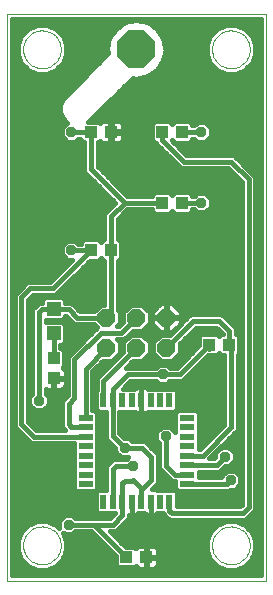
<source format=gbl>
G75*
G70*
%OFA0B0*%
%FSLAX24Y24*%
%IPPOS*%
%LPD*%
%AMOC8*
5,1,8,0,0,1.08239X$1,22.5*
%
%ADD10C,0.0000*%
%ADD11OC8,0.0600*%
%ADD12R,0.0433X0.0394*%
%ADD13R,0.0220X0.0500*%
%ADD14R,0.0500X0.0220*%
%ADD15R,0.0394X0.0433*%
%ADD16R,0.0472X0.0472*%
%ADD17OC8,0.1250*%
%ADD18C,0.0160*%
%ADD19OC8,0.0356*%
D10*
X000574Y000574D02*
X000574Y019471D01*
X009235Y019471D01*
X009235Y000574D01*
X000574Y000574D01*
X001125Y001755D02*
X001127Y001805D01*
X001133Y001855D01*
X001143Y001904D01*
X001157Y001952D01*
X001174Y001999D01*
X001195Y002044D01*
X001220Y002088D01*
X001248Y002129D01*
X001280Y002168D01*
X001314Y002205D01*
X001351Y002239D01*
X001391Y002269D01*
X001433Y002296D01*
X001477Y002320D01*
X001523Y002341D01*
X001570Y002357D01*
X001618Y002370D01*
X001668Y002379D01*
X001717Y002384D01*
X001768Y002385D01*
X001818Y002382D01*
X001867Y002375D01*
X001916Y002364D01*
X001964Y002349D01*
X002010Y002331D01*
X002055Y002309D01*
X002098Y002283D01*
X002139Y002254D01*
X002178Y002222D01*
X002214Y002187D01*
X002246Y002149D01*
X002276Y002109D01*
X002303Y002066D01*
X002326Y002022D01*
X002345Y001976D01*
X002361Y001928D01*
X002373Y001879D01*
X002381Y001830D01*
X002385Y001780D01*
X002385Y001730D01*
X002381Y001680D01*
X002373Y001631D01*
X002361Y001582D01*
X002345Y001534D01*
X002326Y001488D01*
X002303Y001444D01*
X002276Y001401D01*
X002246Y001361D01*
X002214Y001323D01*
X002178Y001288D01*
X002139Y001256D01*
X002098Y001227D01*
X002055Y001201D01*
X002010Y001179D01*
X001964Y001161D01*
X001916Y001146D01*
X001867Y001135D01*
X001818Y001128D01*
X001768Y001125D01*
X001717Y001126D01*
X001668Y001131D01*
X001618Y001140D01*
X001570Y001153D01*
X001523Y001169D01*
X001477Y001190D01*
X001433Y001214D01*
X001391Y001241D01*
X001351Y001271D01*
X001314Y001305D01*
X001280Y001342D01*
X001248Y001381D01*
X001220Y001422D01*
X001195Y001466D01*
X001174Y001511D01*
X001157Y001558D01*
X001143Y001606D01*
X001133Y001655D01*
X001127Y001705D01*
X001125Y001755D01*
X007424Y001755D02*
X007426Y001805D01*
X007432Y001855D01*
X007442Y001904D01*
X007456Y001952D01*
X007473Y001999D01*
X007494Y002044D01*
X007519Y002088D01*
X007547Y002129D01*
X007579Y002168D01*
X007613Y002205D01*
X007650Y002239D01*
X007690Y002269D01*
X007732Y002296D01*
X007776Y002320D01*
X007822Y002341D01*
X007869Y002357D01*
X007917Y002370D01*
X007967Y002379D01*
X008016Y002384D01*
X008067Y002385D01*
X008117Y002382D01*
X008166Y002375D01*
X008215Y002364D01*
X008263Y002349D01*
X008309Y002331D01*
X008354Y002309D01*
X008397Y002283D01*
X008438Y002254D01*
X008477Y002222D01*
X008513Y002187D01*
X008545Y002149D01*
X008575Y002109D01*
X008602Y002066D01*
X008625Y002022D01*
X008644Y001976D01*
X008660Y001928D01*
X008672Y001879D01*
X008680Y001830D01*
X008684Y001780D01*
X008684Y001730D01*
X008680Y001680D01*
X008672Y001631D01*
X008660Y001582D01*
X008644Y001534D01*
X008625Y001488D01*
X008602Y001444D01*
X008575Y001401D01*
X008545Y001361D01*
X008513Y001323D01*
X008477Y001288D01*
X008438Y001256D01*
X008397Y001227D01*
X008354Y001201D01*
X008309Y001179D01*
X008263Y001161D01*
X008215Y001146D01*
X008166Y001135D01*
X008117Y001128D01*
X008067Y001125D01*
X008016Y001126D01*
X007967Y001131D01*
X007917Y001140D01*
X007869Y001153D01*
X007822Y001169D01*
X007776Y001190D01*
X007732Y001214D01*
X007690Y001241D01*
X007650Y001271D01*
X007613Y001305D01*
X007579Y001342D01*
X007547Y001381D01*
X007519Y001422D01*
X007494Y001466D01*
X007473Y001511D01*
X007456Y001558D01*
X007442Y001606D01*
X007432Y001655D01*
X007426Y001705D01*
X007424Y001755D01*
X007424Y018290D02*
X007426Y018340D01*
X007432Y018390D01*
X007442Y018439D01*
X007456Y018487D01*
X007473Y018534D01*
X007494Y018579D01*
X007519Y018623D01*
X007547Y018664D01*
X007579Y018703D01*
X007613Y018740D01*
X007650Y018774D01*
X007690Y018804D01*
X007732Y018831D01*
X007776Y018855D01*
X007822Y018876D01*
X007869Y018892D01*
X007917Y018905D01*
X007967Y018914D01*
X008016Y018919D01*
X008067Y018920D01*
X008117Y018917D01*
X008166Y018910D01*
X008215Y018899D01*
X008263Y018884D01*
X008309Y018866D01*
X008354Y018844D01*
X008397Y018818D01*
X008438Y018789D01*
X008477Y018757D01*
X008513Y018722D01*
X008545Y018684D01*
X008575Y018644D01*
X008602Y018601D01*
X008625Y018557D01*
X008644Y018511D01*
X008660Y018463D01*
X008672Y018414D01*
X008680Y018365D01*
X008684Y018315D01*
X008684Y018265D01*
X008680Y018215D01*
X008672Y018166D01*
X008660Y018117D01*
X008644Y018069D01*
X008625Y018023D01*
X008602Y017979D01*
X008575Y017936D01*
X008545Y017896D01*
X008513Y017858D01*
X008477Y017823D01*
X008438Y017791D01*
X008397Y017762D01*
X008354Y017736D01*
X008309Y017714D01*
X008263Y017696D01*
X008215Y017681D01*
X008166Y017670D01*
X008117Y017663D01*
X008067Y017660D01*
X008016Y017661D01*
X007967Y017666D01*
X007917Y017675D01*
X007869Y017688D01*
X007822Y017704D01*
X007776Y017725D01*
X007732Y017749D01*
X007690Y017776D01*
X007650Y017806D01*
X007613Y017840D01*
X007579Y017877D01*
X007547Y017916D01*
X007519Y017957D01*
X007494Y018001D01*
X007473Y018046D01*
X007456Y018093D01*
X007442Y018141D01*
X007432Y018190D01*
X007426Y018240D01*
X007424Y018290D01*
X001125Y018290D02*
X001127Y018340D01*
X001133Y018390D01*
X001143Y018439D01*
X001157Y018487D01*
X001174Y018534D01*
X001195Y018579D01*
X001220Y018623D01*
X001248Y018664D01*
X001280Y018703D01*
X001314Y018740D01*
X001351Y018774D01*
X001391Y018804D01*
X001433Y018831D01*
X001477Y018855D01*
X001523Y018876D01*
X001570Y018892D01*
X001618Y018905D01*
X001668Y018914D01*
X001717Y018919D01*
X001768Y018920D01*
X001818Y018917D01*
X001867Y018910D01*
X001916Y018899D01*
X001964Y018884D01*
X002010Y018866D01*
X002055Y018844D01*
X002098Y018818D01*
X002139Y018789D01*
X002178Y018757D01*
X002214Y018722D01*
X002246Y018684D01*
X002276Y018644D01*
X002303Y018601D01*
X002326Y018557D01*
X002345Y018511D01*
X002361Y018463D01*
X002373Y018414D01*
X002381Y018365D01*
X002385Y018315D01*
X002385Y018265D01*
X002381Y018215D01*
X002373Y018166D01*
X002361Y018117D01*
X002345Y018069D01*
X002326Y018023D01*
X002303Y017979D01*
X002276Y017936D01*
X002246Y017896D01*
X002214Y017858D01*
X002178Y017823D01*
X002139Y017791D01*
X002098Y017762D01*
X002055Y017736D01*
X002010Y017714D01*
X001964Y017696D01*
X001916Y017681D01*
X001867Y017670D01*
X001818Y017663D01*
X001768Y017660D01*
X001717Y017661D01*
X001668Y017666D01*
X001618Y017675D01*
X001570Y017688D01*
X001523Y017704D01*
X001477Y017725D01*
X001433Y017749D01*
X001391Y017776D01*
X001351Y017806D01*
X001314Y017840D01*
X001280Y017877D01*
X001248Y017916D01*
X001220Y017957D01*
X001195Y018001D01*
X001174Y018046D01*
X001157Y018093D01*
X001143Y018141D01*
X001133Y018190D01*
X001127Y018240D01*
X001125Y018290D01*
D11*
X003904Y009341D03*
X003904Y008341D03*
X004904Y008341D03*
X004904Y009341D03*
X005904Y009341D03*
X005904Y008341D03*
D12*
X005239Y001361D03*
X004570Y001361D03*
X002149Y007326D03*
X002149Y007995D03*
X003389Y015534D03*
X004058Y015534D03*
D13*
X004117Y006594D03*
X003802Y006594D03*
X004432Y006594D03*
X004747Y006594D03*
X005062Y006594D03*
X005377Y006594D03*
X005692Y006594D03*
X006007Y006594D03*
X006007Y003214D03*
X005692Y003214D03*
X005377Y003214D03*
X005062Y003214D03*
X004747Y003214D03*
X004432Y003214D03*
X004117Y003214D03*
X003802Y003214D03*
D14*
X003214Y003802D03*
X003214Y004117D03*
X003214Y004432D03*
X003214Y004747D03*
X003214Y005062D03*
X003214Y005377D03*
X003214Y005692D03*
X003214Y006007D03*
X006594Y006007D03*
X006594Y005692D03*
X006594Y005377D03*
X006594Y005062D03*
X006594Y004747D03*
X006594Y004432D03*
X006594Y004117D03*
X006594Y003802D03*
D15*
X007326Y008448D03*
X007995Y008448D03*
X006420Y013172D03*
X005751Y013172D03*
X005751Y015534D03*
X006420Y015534D03*
X004058Y011597D03*
X003389Y011597D03*
D16*
X002149Y009649D03*
X002149Y008822D03*
D17*
X004904Y018290D03*
D18*
X004425Y019118D02*
X000754Y019118D01*
X000754Y018960D02*
X001279Y018960D01*
X001296Y018977D02*
X001068Y018749D01*
X000945Y018451D01*
X000945Y018129D01*
X001068Y017831D01*
X001296Y017604D01*
X001594Y017480D01*
X001916Y017480D01*
X002214Y017604D01*
X002441Y017831D01*
X002565Y018129D01*
X002565Y018451D01*
X002441Y018749D01*
X002214Y018977D01*
X001916Y019100D01*
X001594Y019100D01*
X001296Y018977D01*
X001120Y018801D02*
X000754Y018801D01*
X000754Y018643D02*
X001024Y018643D01*
X000959Y018484D02*
X000754Y018484D01*
X000754Y018326D02*
X000945Y018326D01*
X000945Y018167D02*
X000754Y018167D01*
X000754Y018009D02*
X000995Y018009D01*
X001060Y017850D02*
X000754Y017850D01*
X000754Y017692D02*
X001208Y017692D01*
X001466Y017533D02*
X000754Y017533D01*
X000754Y017375D02*
X003169Y017375D01*
X003327Y017533D02*
X002044Y017533D01*
X002302Y017692D02*
X003486Y017692D01*
X003644Y017850D02*
X002449Y017850D01*
X002515Y018009D02*
X003803Y018009D01*
X003956Y018162D02*
X003931Y018290D01*
X004005Y018663D01*
X004216Y018979D01*
X004532Y019190D01*
X004904Y019264D01*
X005277Y019190D01*
X005593Y018979D01*
X005804Y018663D01*
X005878Y018290D01*
X005804Y017918D01*
X005593Y017602D01*
X005277Y017391D01*
X004904Y017317D01*
X004776Y017342D01*
X003306Y015871D01*
X003663Y015871D01*
X003696Y015839D01*
X003697Y015842D01*
X003731Y015875D01*
X003772Y015899D01*
X003818Y015911D01*
X004040Y015911D01*
X004040Y015553D01*
X004076Y015553D01*
X004076Y015911D01*
X004298Y015911D01*
X004344Y015899D01*
X004385Y015875D01*
X004419Y015842D01*
X004442Y015801D01*
X004454Y015755D01*
X004454Y015553D01*
X004076Y015553D01*
X004076Y015516D01*
X004076Y015157D01*
X004298Y015157D01*
X004344Y015170D01*
X004385Y015193D01*
X004419Y015227D01*
X004442Y015268D01*
X004454Y015314D01*
X004454Y015516D01*
X004076Y015516D01*
X004040Y015516D01*
X004040Y015157D01*
X003818Y015157D01*
X003772Y015170D01*
X003731Y015193D01*
X003697Y015227D01*
X003696Y015230D01*
X003663Y015197D01*
X003609Y015197D01*
X003609Y014385D01*
X004602Y013392D01*
X005414Y013392D01*
X005414Y013447D01*
X005496Y013529D01*
X006006Y013529D01*
X006086Y013449D01*
X006165Y013529D01*
X006675Y013529D01*
X006757Y013447D01*
X006757Y013392D01*
X006840Y013392D01*
X006938Y013490D01*
X007202Y013490D01*
X007388Y013304D01*
X007388Y013040D01*
X007202Y012854D01*
X006938Y012854D01*
X006840Y012952D01*
X006757Y012952D01*
X006757Y012898D01*
X006675Y012816D01*
X006165Y012816D01*
X006086Y012895D01*
X006006Y012816D01*
X005496Y012816D01*
X005414Y012898D01*
X005414Y012952D01*
X004602Y012952D01*
X004278Y012628D01*
X004278Y011954D01*
X004313Y011954D01*
X004395Y011872D01*
X004395Y011323D01*
X004313Y011241D01*
X004278Y011241D01*
X004278Y009590D01*
X004344Y009524D01*
X004344Y009159D01*
X004247Y009061D01*
X004313Y009061D01*
X004464Y009213D01*
X004464Y009524D01*
X004722Y009781D01*
X005087Y009781D01*
X005344Y009524D01*
X005344Y009159D01*
X005087Y008901D01*
X004776Y008901D01*
X004624Y008750D01*
X004496Y008621D01*
X004247Y008621D01*
X004344Y008524D01*
X004344Y008159D01*
X004087Y007901D01*
X003776Y007901D01*
X003434Y007560D01*
X003434Y006257D01*
X003522Y006257D01*
X003604Y006175D01*
X003604Y003634D01*
X003522Y003552D01*
X002906Y003552D01*
X002824Y003634D01*
X002824Y005157D01*
X001570Y005157D01*
X001388Y005157D01*
X000846Y005699D01*
X000846Y010114D01*
X000975Y010243D01*
X001270Y010538D01*
X002018Y010538D01*
X002759Y011279D01*
X002607Y011279D01*
X002421Y011466D01*
X002421Y011729D01*
X002607Y011915D01*
X002871Y011915D01*
X002969Y011817D01*
X003052Y011817D01*
X003052Y011872D01*
X003134Y011954D01*
X003644Y011954D01*
X003723Y011874D01*
X003803Y011954D01*
X003838Y011954D01*
X003838Y012810D01*
X004200Y013172D01*
X003169Y014203D01*
X003169Y015197D01*
X003114Y015197D01*
X003032Y015279D01*
X003032Y015314D01*
X002969Y015314D01*
X003032Y015314D01*
X002969Y015314D02*
X002871Y015216D01*
X002607Y015216D01*
X002421Y015403D01*
X002421Y015666D01*
X002596Y015841D01*
X002444Y015993D01*
X002356Y016206D01*
X002356Y016437D01*
X002444Y016650D01*
X003956Y018162D01*
X003955Y018167D02*
X002565Y018167D01*
X002565Y018326D02*
X003938Y018326D01*
X003969Y018484D02*
X002551Y018484D01*
X002485Y018643D02*
X004001Y018643D01*
X004097Y018801D02*
X002389Y018801D01*
X002231Y018960D02*
X004203Y018960D01*
X004651Y017216D02*
X009055Y017216D01*
X009055Y017058D02*
X004492Y017058D01*
X004334Y016899D02*
X009055Y016899D01*
X009055Y016741D02*
X004175Y016741D01*
X004017Y016582D02*
X009055Y016582D01*
X009055Y016424D02*
X003858Y016424D01*
X003700Y016265D02*
X009055Y016265D01*
X009055Y016107D02*
X003541Y016107D01*
X003383Y015948D02*
X009055Y015948D01*
X009055Y015790D02*
X007264Y015790D01*
X007202Y015852D02*
X006938Y015852D01*
X006840Y015754D01*
X006757Y015754D01*
X006757Y015809D01*
X006675Y015891D01*
X006165Y015891D01*
X006086Y015811D01*
X006006Y015891D01*
X005496Y015891D01*
X005414Y015809D01*
X005414Y015260D01*
X005496Y015178D01*
X005540Y015178D01*
X006388Y014330D01*
X007963Y014330D01*
X008425Y013868D01*
X008425Y003125D01*
X008357Y003057D01*
X006257Y003057D01*
X006257Y003522D01*
X006175Y003604D01*
X005601Y003604D01*
X005597Y003608D01*
X005556Y003632D01*
X005511Y003644D01*
X005432Y003644D01*
X005488Y003700D01*
X005617Y003829D01*
X005617Y004799D01*
X005321Y005094D01*
X005192Y005223D01*
X004741Y005223D01*
X004642Y005321D01*
X004504Y005321D01*
X004337Y005488D01*
X004337Y006204D01*
X004837Y006204D01*
X004841Y006200D01*
X004882Y006177D01*
X004928Y006164D01*
X005062Y006164D01*
X005196Y006164D01*
X005241Y006177D01*
X005282Y006200D01*
X005286Y006204D01*
X006175Y006204D01*
X006257Y006286D01*
X006257Y006902D01*
X006175Y006984D01*
X005286Y006984D01*
X005282Y006988D01*
X005241Y007012D01*
X005196Y007024D01*
X005062Y007024D01*
X005062Y006594D01*
X005062Y006164D01*
X005062Y006594D01*
X005062Y006594D01*
X005062Y006594D01*
X005062Y007024D01*
X004928Y007024D01*
X004882Y007012D01*
X004841Y006988D01*
X004837Y006984D01*
X004441Y006984D01*
X004700Y007243D01*
X005560Y007243D01*
X005658Y007145D01*
X005922Y007145D01*
X006020Y007243D01*
X006433Y007243D01*
X007279Y008090D01*
X007417Y008090D01*
X007418Y008091D01*
X007581Y008091D01*
X007660Y008171D01*
X007740Y008091D01*
X007834Y008091D01*
X007834Y005783D01*
X007018Y004967D01*
X006984Y004967D01*
X006984Y006175D01*
X006902Y006257D01*
X006286Y006257D01*
X006204Y006175D01*
X006204Y005531D01*
X006020Y005715D01*
X005757Y005715D01*
X005571Y005528D01*
X005571Y005265D01*
X005669Y005167D01*
X005669Y004321D01*
X005798Y004192D01*
X006093Y003897D01*
X006204Y003897D01*
X006204Y003634D01*
X006286Y003552D01*
X006902Y003552D01*
X006932Y003582D01*
X008027Y003582D01*
X008047Y003602D01*
X008186Y003602D01*
X008372Y003788D01*
X008372Y004052D01*
X008186Y004238D01*
X007922Y004238D01*
X007736Y004052D01*
X007736Y004022D01*
X006984Y004022D01*
X006984Y004212D01*
X007673Y004212D01*
X007850Y004389D01*
X007989Y004389D01*
X008175Y004576D01*
X008175Y004839D01*
X007989Y005026D01*
X007725Y005026D01*
X007539Y004839D01*
X007539Y004701D01*
X007490Y004652D01*
X007325Y004652D01*
X008145Y005472D01*
X008274Y005601D01*
X008274Y008115D01*
X008332Y008173D01*
X008332Y008722D01*
X008250Y008804D01*
X008215Y008804D01*
X008215Y008992D01*
X008086Y009120D01*
X007751Y009455D01*
X006707Y009455D01*
X006033Y008781D01*
X005722Y008781D01*
X005464Y008524D01*
X005464Y008159D01*
X005722Y007901D01*
X006087Y007901D01*
X006344Y008159D01*
X006344Y008470D01*
X006889Y009015D01*
X007569Y009015D01*
X007775Y008809D01*
X007775Y008804D01*
X007740Y008804D01*
X007660Y008724D01*
X007581Y008804D01*
X007071Y008804D01*
X006989Y008722D01*
X006989Y008422D01*
X006250Y007683D01*
X006020Y007683D01*
X005922Y007782D01*
X005658Y007782D01*
X005560Y007683D01*
X004558Y007683D01*
X004776Y007901D01*
X005087Y007901D01*
X005344Y008159D01*
X005344Y008524D01*
X005087Y008781D01*
X004722Y008781D01*
X004464Y008524D01*
X004464Y008213D01*
X003711Y007459D01*
X003582Y007330D01*
X003582Y006932D01*
X003552Y006902D01*
X003552Y006286D01*
X003634Y006204D01*
X003897Y006204D01*
X003897Y005305D01*
X004026Y005177D01*
X004193Y005010D01*
X004193Y004871D01*
X004379Y004685D01*
X004629Y004685D01*
X004576Y004632D01*
X004124Y004632D01*
X003897Y004405D01*
X003897Y003604D01*
X003634Y003604D01*
X003552Y003522D01*
X003552Y002906D01*
X003634Y002824D01*
X004187Y002824D01*
X004026Y002664D01*
X002871Y002664D01*
X002772Y002762D01*
X002509Y002762D01*
X002323Y002576D01*
X002323Y002332D01*
X002214Y002441D01*
X001916Y002565D01*
X001594Y002565D01*
X001296Y002441D01*
X001068Y002214D01*
X000945Y001916D01*
X000945Y001594D01*
X001068Y001296D01*
X001296Y001068D01*
X001594Y000945D01*
X001916Y000945D01*
X002214Y001068D01*
X002441Y001296D01*
X002565Y001594D01*
X002565Y001916D01*
X002456Y002179D01*
X002509Y002126D01*
X002772Y002126D01*
X002871Y002224D01*
X003396Y002224D01*
X004213Y001407D01*
X004213Y001106D01*
X004295Y001024D01*
X004844Y001024D01*
X004877Y001057D01*
X004878Y001054D01*
X004912Y001020D01*
X004953Y000997D01*
X004999Y000984D01*
X005221Y000984D01*
X005221Y001343D01*
X005257Y001343D01*
X005257Y000984D01*
X005479Y000984D01*
X005525Y000997D01*
X005566Y001020D01*
X005600Y001054D01*
X005623Y001095D01*
X005636Y001141D01*
X005636Y001343D01*
X005257Y001343D01*
X005257Y001380D01*
X005221Y001380D01*
X005221Y001738D01*
X004999Y001738D01*
X004953Y001726D01*
X004912Y001702D01*
X004878Y001668D01*
X004877Y001665D01*
X004844Y001698D01*
X004544Y001698D01*
X004018Y002224D01*
X004208Y002224D01*
X004652Y002668D01*
X004652Y002784D01*
X004747Y002784D01*
X004881Y002784D01*
X004926Y002797D01*
X004967Y002820D01*
X004971Y002824D01*
X005152Y002824D01*
X005156Y002820D01*
X005197Y002797D01*
X005243Y002784D01*
X005377Y002784D01*
X005511Y002784D01*
X005556Y002797D01*
X005597Y002820D01*
X005601Y002824D01*
X005787Y002824D01*
X005866Y002746D01*
X005994Y002617D01*
X008539Y002617D01*
X008668Y002746D01*
X008668Y002746D01*
X008865Y002943D01*
X008865Y014051D01*
X008736Y014180D01*
X008736Y014180D01*
X008145Y014770D01*
X006570Y014770D01*
X006084Y015256D01*
X006086Y015258D01*
X006165Y015178D01*
X006675Y015178D01*
X006757Y015260D01*
X006757Y015314D01*
X006840Y015314D01*
X006938Y015216D01*
X007202Y015216D01*
X007388Y015403D01*
X007388Y015666D01*
X007202Y015852D01*
X007388Y015631D02*
X009055Y015631D01*
X009055Y015473D02*
X007388Y015473D01*
X007300Y015314D02*
X009055Y015314D01*
X009055Y015156D02*
X006185Y015156D01*
X006343Y014997D02*
X009055Y014997D01*
X009055Y014839D02*
X006502Y014839D01*
X006479Y014550D02*
X008054Y014550D01*
X008645Y013960D01*
X008645Y003034D01*
X008448Y002837D01*
X006086Y002837D01*
X006007Y002916D01*
X006007Y003214D01*
X006257Y003268D02*
X008425Y003268D01*
X008425Y003427D02*
X006257Y003427D01*
X006253Y003585D02*
X006194Y003585D01*
X006204Y003744D02*
X005531Y003744D01*
X005617Y003902D02*
X006088Y003902D01*
X006184Y004117D02*
X005889Y004412D01*
X005889Y005397D01*
X006089Y005646D02*
X006204Y005646D01*
X006204Y005804D02*
X004337Y005804D01*
X004337Y005646D02*
X005688Y005646D01*
X005571Y005487D02*
X004337Y005487D01*
X004496Y005329D02*
X005571Y005329D01*
X005665Y005170D02*
X005245Y005170D01*
X005101Y005003D02*
X004511Y005003D01*
X004117Y005397D01*
X004117Y006594D01*
X004117Y006971D01*
X004609Y007463D01*
X005790Y007463D01*
X006341Y007463D01*
X007326Y008448D01*
X007326Y008310D01*
X007212Y008023D02*
X007834Y008023D01*
X007834Y007865D02*
X007054Y007865D01*
X006895Y007706D02*
X007834Y007706D01*
X007834Y007548D02*
X006737Y007548D01*
X006578Y007389D02*
X007834Y007389D01*
X007834Y007231D02*
X006007Y007231D01*
X006245Y006914D02*
X007834Y006914D01*
X007834Y007072D02*
X004529Y007072D01*
X004688Y007231D02*
X005573Y007231D01*
X005583Y007706D02*
X004580Y007706D01*
X004739Y007865D02*
X006432Y007865D01*
X006344Y008182D02*
X006749Y008182D01*
X006590Y008023D02*
X006208Y008023D01*
X006344Y008340D02*
X006907Y008340D01*
X006989Y008499D02*
X006373Y008499D01*
X006531Y008657D02*
X006989Y008657D01*
X006848Y008974D02*
X007610Y008974D01*
X007769Y008816D02*
X006690Y008816D01*
X006798Y009235D02*
X007660Y009235D01*
X007995Y008900D01*
X007995Y008448D01*
X008054Y008389D01*
X008054Y005692D01*
X007109Y004747D01*
X006594Y004747D01*
X006594Y004432D02*
X007582Y004432D01*
X007857Y004708D01*
X008136Y004536D02*
X008425Y004536D01*
X008425Y004378D02*
X007838Y004378D01*
X007903Y004219D02*
X007680Y004219D01*
X007745Y004061D02*
X006984Y004061D01*
X006594Y004117D02*
X006184Y004117D01*
X005929Y004061D02*
X005617Y004061D01*
X005617Y004219D02*
X005771Y004219D01*
X005669Y004378D02*
X005617Y004378D01*
X005617Y004536D02*
X005669Y004536D01*
X005669Y004695D02*
X005617Y004695D01*
X005669Y004853D02*
X005562Y004853D01*
X005669Y005012D02*
X005404Y005012D01*
X005101Y005003D02*
X005397Y004708D01*
X005397Y003920D01*
X005062Y003586D01*
X005062Y003214D01*
X005062Y003664D01*
X004806Y003920D01*
X004796Y003910D01*
X004521Y003910D01*
X004432Y003822D01*
X004432Y003214D01*
X004432Y002759D01*
X004117Y002444D01*
X003487Y002444D01*
X004570Y001361D01*
X004609Y001400D01*
X004859Y001683D02*
X004893Y001683D01*
X004869Y001049D02*
X004883Y001049D01*
X005221Y001049D02*
X005257Y001049D01*
X005257Y001208D02*
X005221Y001208D01*
X005257Y001366D02*
X007338Y001366D01*
X007367Y001296D02*
X007244Y001594D01*
X007244Y001916D01*
X007367Y002214D01*
X007595Y002441D01*
X007893Y002565D01*
X008215Y002565D01*
X008513Y002441D01*
X008741Y002214D01*
X008864Y001916D01*
X008864Y001594D01*
X008741Y001296D01*
X008513Y001068D01*
X008215Y000945D01*
X007893Y000945D01*
X007595Y001068D01*
X007367Y001296D01*
X007456Y001208D02*
X005636Y001208D01*
X005595Y001049D02*
X007641Y001049D01*
X007273Y001525D02*
X005636Y001525D01*
X005636Y001582D02*
X005623Y001627D01*
X005600Y001668D01*
X005566Y001702D01*
X005525Y001726D01*
X005479Y001738D01*
X005257Y001738D01*
X005257Y001380D01*
X005636Y001380D01*
X005636Y001582D01*
X005585Y001683D02*
X007244Y001683D01*
X007244Y001842D02*
X004400Y001842D01*
X004242Y002000D02*
X007279Y002000D01*
X007345Y002159D02*
X004083Y002159D01*
X004302Y002317D02*
X007471Y002317D01*
X007678Y002476D02*
X004460Y002476D01*
X004619Y002634D02*
X005978Y002634D01*
X005819Y002793D02*
X005542Y002793D01*
X005377Y002793D02*
X005377Y002793D01*
X005377Y002784D02*
X005377Y003214D01*
X005377Y003214D01*
X005377Y002784D01*
X005377Y002759D02*
X005692Y002444D01*
X004904Y002444D01*
X004747Y002601D01*
X004747Y003214D01*
X004747Y002784D01*
X004747Y003214D01*
X004747Y003214D01*
X004747Y003110D02*
X004747Y003110D01*
X004747Y002951D02*
X004747Y002951D01*
X004747Y002793D02*
X004747Y002793D01*
X004912Y002793D02*
X005212Y002793D01*
X005377Y002759D02*
X005377Y003214D01*
X005377Y003110D02*
X005377Y003110D01*
X005377Y002951D02*
X005377Y002951D01*
X005692Y002444D02*
X005731Y002404D01*
X006715Y002404D01*
X006774Y002345D01*
X006257Y003110D02*
X008409Y003110D01*
X008425Y003585D02*
X008030Y003585D01*
X007936Y003802D02*
X008054Y003920D01*
X007936Y003802D02*
X006594Y003802D01*
X006984Y005012D02*
X007063Y005012D01*
X006984Y005170D02*
X007221Y005170D01*
X007380Y005329D02*
X006984Y005329D01*
X006984Y005487D02*
X007538Y005487D01*
X007697Y005646D02*
X006984Y005646D01*
X006984Y005804D02*
X007834Y005804D01*
X007834Y005963D02*
X006984Y005963D01*
X006984Y006121D02*
X007834Y006121D01*
X007834Y006280D02*
X006250Y006280D01*
X006257Y006438D02*
X007834Y006438D01*
X007834Y006597D02*
X006257Y006597D01*
X006257Y006755D02*
X007834Y006755D01*
X008274Y006755D02*
X008425Y006755D01*
X008425Y006597D02*
X008274Y006597D01*
X008274Y006438D02*
X008425Y006438D01*
X008425Y006280D02*
X008274Y006280D01*
X008274Y006121D02*
X008425Y006121D01*
X008425Y005963D02*
X008274Y005963D01*
X008274Y005804D02*
X008425Y005804D01*
X008425Y005646D02*
X008274Y005646D01*
X008161Y005487D02*
X008425Y005487D01*
X008425Y005329D02*
X008002Y005329D01*
X008003Y005012D02*
X008425Y005012D01*
X008425Y005170D02*
X007844Y005170D01*
X007711Y005012D02*
X007685Y005012D01*
X007553Y004853D02*
X007527Y004853D01*
X007533Y004695D02*
X007368Y004695D01*
X008175Y004695D02*
X008425Y004695D01*
X008425Y004853D02*
X008161Y004853D01*
X008205Y004219D02*
X008425Y004219D01*
X008425Y004061D02*
X008363Y004061D01*
X008372Y003902D02*
X008425Y003902D01*
X008425Y003744D02*
X008327Y003744D01*
X008714Y002793D02*
X009055Y002793D01*
X009055Y002951D02*
X008865Y002951D01*
X008865Y003110D02*
X009055Y003110D01*
X009055Y003268D02*
X008865Y003268D01*
X008865Y003427D02*
X009055Y003427D01*
X009055Y003585D02*
X008865Y003585D01*
X008865Y003744D02*
X009055Y003744D01*
X009055Y003902D02*
X008865Y003902D01*
X008865Y004061D02*
X009055Y004061D01*
X009055Y004219D02*
X008865Y004219D01*
X008865Y004378D02*
X009055Y004378D01*
X009055Y004536D02*
X008865Y004536D01*
X008865Y004695D02*
X009055Y004695D01*
X009055Y004853D02*
X008865Y004853D01*
X008865Y005012D02*
X009055Y005012D01*
X009055Y005170D02*
X008865Y005170D01*
X008865Y005329D02*
X009055Y005329D01*
X009055Y005487D02*
X008865Y005487D01*
X008865Y005646D02*
X009055Y005646D01*
X009055Y005804D02*
X008865Y005804D01*
X008865Y005963D02*
X009055Y005963D01*
X009055Y006121D02*
X008865Y006121D01*
X008865Y006280D02*
X009055Y006280D01*
X009055Y006438D02*
X008865Y006438D01*
X008865Y006597D02*
X009055Y006597D01*
X009055Y006755D02*
X008865Y006755D01*
X008865Y006914D02*
X009055Y006914D01*
X009055Y007072D02*
X008865Y007072D01*
X008865Y007231D02*
X009055Y007231D01*
X009055Y007389D02*
X008865Y007389D01*
X008865Y007548D02*
X009055Y007548D01*
X009055Y007706D02*
X008865Y007706D01*
X008865Y007865D02*
X009055Y007865D01*
X009055Y008023D02*
X008865Y008023D01*
X008865Y008182D02*
X009055Y008182D01*
X009055Y008340D02*
X008865Y008340D01*
X008865Y008499D02*
X009055Y008499D01*
X009055Y008657D02*
X008865Y008657D01*
X008865Y008816D02*
X009055Y008816D01*
X009055Y008974D02*
X008865Y008974D01*
X008865Y009133D02*
X009055Y009133D01*
X009055Y009291D02*
X008865Y009291D01*
X008865Y009450D02*
X009055Y009450D01*
X009055Y009608D02*
X008865Y009608D01*
X008865Y009767D02*
X009055Y009767D01*
X009055Y009925D02*
X008865Y009925D01*
X008865Y010084D02*
X009055Y010084D01*
X009055Y010242D02*
X008865Y010242D01*
X008865Y010401D02*
X009055Y010401D01*
X009055Y010559D02*
X008865Y010559D01*
X008865Y010718D02*
X009055Y010718D01*
X009055Y010876D02*
X008865Y010876D01*
X008865Y011035D02*
X009055Y011035D01*
X009055Y011193D02*
X008865Y011193D01*
X008865Y011352D02*
X009055Y011352D01*
X009055Y011510D02*
X008865Y011510D01*
X008865Y011669D02*
X009055Y011669D01*
X009055Y011827D02*
X008865Y011827D01*
X008865Y011986D02*
X009055Y011986D01*
X009055Y012144D02*
X008865Y012144D01*
X008865Y012303D02*
X009055Y012303D01*
X009055Y012461D02*
X008865Y012461D01*
X008865Y012620D02*
X009055Y012620D01*
X009055Y012778D02*
X008865Y012778D01*
X008865Y012937D02*
X009055Y012937D01*
X009055Y013095D02*
X008865Y013095D01*
X008865Y013254D02*
X009055Y013254D01*
X009055Y013412D02*
X008865Y013412D01*
X008865Y013571D02*
X009055Y013571D01*
X009055Y013729D02*
X008865Y013729D01*
X008865Y013888D02*
X009055Y013888D01*
X009055Y014046D02*
X008865Y014046D01*
X008710Y014205D02*
X009055Y014205D01*
X009055Y014363D02*
X008552Y014363D01*
X008393Y014522D02*
X009055Y014522D01*
X009055Y014680D02*
X008235Y014680D01*
X008088Y014205D02*
X003789Y014205D01*
X003631Y014363D02*
X006355Y014363D01*
X006196Y014522D02*
X003609Y014522D01*
X003609Y014680D02*
X006038Y014680D01*
X005879Y014839D02*
X003609Y014839D01*
X003609Y014997D02*
X005721Y014997D01*
X005562Y015156D02*
X003609Y015156D01*
X003389Y015534D02*
X002739Y015534D01*
X002509Y015314D02*
X000754Y015314D01*
X000754Y015156D02*
X003169Y015156D01*
X003169Y014997D02*
X000754Y014997D01*
X000754Y014839D02*
X003169Y014839D01*
X003169Y014680D02*
X000754Y014680D01*
X000754Y014522D02*
X003169Y014522D01*
X003169Y014363D02*
X000754Y014363D01*
X000754Y014205D02*
X003169Y014205D01*
X003325Y014046D02*
X000754Y014046D01*
X000754Y013888D02*
X003484Y013888D01*
X003642Y013729D02*
X000754Y013729D01*
X000754Y013571D02*
X003801Y013571D01*
X003959Y013412D02*
X000754Y013412D01*
X000754Y013254D02*
X004118Y013254D01*
X004123Y013095D02*
X000754Y013095D01*
X000754Y012937D02*
X003964Y012937D01*
X003838Y012778D02*
X000754Y012778D01*
X000754Y012620D02*
X003838Y012620D01*
X003838Y012461D02*
X000754Y012461D01*
X000754Y012303D02*
X003838Y012303D01*
X003838Y012144D02*
X000754Y012144D01*
X000754Y011986D02*
X003838Y011986D01*
X004058Y011597D02*
X004058Y009495D01*
X003904Y009341D01*
X002928Y009341D01*
X002641Y009629D01*
X002168Y009629D01*
X002149Y009649D01*
X002129Y009629D01*
X001755Y009629D01*
X001656Y009530D01*
X001656Y006578D01*
X001504Y006280D02*
X001286Y006280D01*
X001286Y006438D02*
X001346Y006438D01*
X001338Y006446D02*
X001525Y006260D01*
X001788Y006260D01*
X001974Y006446D01*
X001974Y006709D01*
X001876Y006808D01*
X001876Y006957D01*
X001908Y006949D01*
X002130Y006949D01*
X002130Y007307D01*
X002167Y007307D01*
X002167Y006949D01*
X002389Y006949D01*
X002435Y006961D01*
X002476Y006985D01*
X002509Y007018D01*
X002533Y007059D01*
X002545Y007105D01*
X002545Y007307D01*
X002167Y007307D01*
X002167Y007344D01*
X002545Y007344D01*
X002545Y007546D01*
X002533Y007592D01*
X002509Y007633D01*
X002476Y007667D01*
X002448Y007683D01*
X002505Y007740D01*
X002505Y008250D01*
X002423Y008332D01*
X002369Y008332D01*
X002369Y008446D01*
X002443Y008446D01*
X002525Y008528D01*
X002525Y009116D01*
X002443Y009198D01*
X001876Y009198D01*
X001876Y009272D01*
X002443Y009272D01*
X002525Y009354D01*
X002525Y009409D01*
X002550Y009409D01*
X002837Y009121D01*
X003502Y009121D01*
X003597Y009026D01*
X002617Y008047D01*
X002617Y006767D01*
X002421Y006570D01*
X002421Y005699D01*
X002523Y005597D01*
X001570Y005597D01*
X001286Y005881D01*
X001286Y009931D01*
X001452Y010098D01*
X002200Y010098D01*
X002329Y010227D01*
X003343Y011241D01*
X003644Y011241D01*
X003723Y011321D01*
X003803Y011241D01*
X003838Y011241D01*
X003838Y009781D01*
X003722Y009781D01*
X003502Y009561D01*
X003019Y009561D01*
X002861Y009720D01*
X002732Y009849D01*
X002525Y009849D01*
X002525Y009943D01*
X002443Y010025D01*
X001854Y010025D01*
X001772Y009943D01*
X001772Y009849D01*
X001664Y009849D01*
X001565Y009750D01*
X001436Y009622D01*
X001436Y006808D01*
X001338Y006709D01*
X001338Y006446D01*
X001338Y006597D02*
X001286Y006597D01*
X001286Y006755D02*
X001384Y006755D01*
X001436Y006914D02*
X001286Y006914D01*
X001286Y007072D02*
X001436Y007072D01*
X001436Y007231D02*
X001286Y007231D01*
X001286Y007389D02*
X001436Y007389D01*
X001436Y007548D02*
X001286Y007548D01*
X001286Y007706D02*
X001436Y007706D01*
X001436Y007865D02*
X001286Y007865D01*
X001286Y008023D02*
X001436Y008023D01*
X001436Y008182D02*
X001286Y008182D01*
X001286Y008340D02*
X001436Y008340D01*
X001436Y008499D02*
X001286Y008499D01*
X001286Y008657D02*
X001436Y008657D01*
X001436Y008816D02*
X001286Y008816D01*
X001286Y008974D02*
X001436Y008974D01*
X001436Y009133D02*
X001286Y009133D01*
X001286Y009291D02*
X001436Y009291D01*
X001436Y009450D02*
X001286Y009450D01*
X001286Y009608D02*
X001436Y009608D01*
X001565Y009750D02*
X001565Y009750D01*
X001582Y009767D02*
X001286Y009767D01*
X001286Y009925D02*
X001772Y009925D01*
X002109Y010318D02*
X001361Y010318D01*
X001066Y010023D01*
X001066Y005790D01*
X001479Y005377D01*
X003214Y005377D01*
X003214Y005692D02*
X002739Y005692D01*
X002641Y005790D01*
X002641Y006479D01*
X002837Y006676D01*
X002837Y007956D01*
X003723Y008841D01*
X004404Y008841D01*
X004904Y009341D01*
X004707Y009767D02*
X004278Y009767D01*
X004278Y009925D02*
X008425Y009925D01*
X008425Y009767D02*
X006158Y009767D01*
X006103Y009821D02*
X005924Y009821D01*
X005924Y009361D01*
X006384Y009361D01*
X006384Y009540D01*
X006103Y009821D01*
X005924Y009767D02*
X005884Y009767D01*
X005884Y009821D02*
X005706Y009821D01*
X005424Y009540D01*
X005424Y009361D01*
X005884Y009361D01*
X005884Y009321D01*
X005924Y009321D01*
X005924Y008861D01*
X006103Y008861D01*
X006384Y009143D01*
X006384Y009321D01*
X005924Y009321D01*
X005924Y009361D01*
X005884Y009361D01*
X005884Y009821D01*
X005884Y009608D02*
X005924Y009608D01*
X005924Y009450D02*
X005884Y009450D01*
X005884Y009321D02*
X005424Y009321D01*
X005424Y009143D01*
X005706Y008861D01*
X005884Y008861D01*
X005884Y009321D01*
X005884Y009291D02*
X005924Y009291D01*
X005924Y009133D02*
X005884Y009133D01*
X005884Y008974D02*
X005924Y008974D01*
X006068Y008816D02*
X004690Y008816D01*
X004598Y008657D02*
X004531Y008657D01*
X004464Y008499D02*
X004344Y008499D01*
X004344Y008340D02*
X004464Y008340D01*
X004434Y008182D02*
X004344Y008182D01*
X004275Y008023D02*
X004208Y008023D01*
X004117Y007865D02*
X003739Y007865D01*
X003580Y007706D02*
X003958Y007706D01*
X003800Y007548D02*
X003434Y007548D01*
X003434Y007389D02*
X003641Y007389D01*
X003582Y007231D02*
X003434Y007231D01*
X003434Y007072D02*
X003582Y007072D01*
X003563Y006914D02*
X003434Y006914D01*
X003434Y006755D02*
X003552Y006755D01*
X003552Y006597D02*
X003434Y006597D01*
X003434Y006438D02*
X003552Y006438D01*
X003559Y006280D02*
X003434Y006280D01*
X003604Y006121D02*
X003897Y006121D01*
X003897Y005963D02*
X003604Y005963D01*
X003604Y005804D02*
X003897Y005804D01*
X003897Y005646D02*
X003604Y005646D01*
X003604Y005487D02*
X003897Y005487D01*
X003897Y005329D02*
X003604Y005329D01*
X003604Y005170D02*
X004032Y005170D01*
X004191Y005012D02*
X003604Y005012D01*
X003604Y004853D02*
X004210Y004853D01*
X004369Y004695D02*
X003604Y004695D01*
X003604Y004536D02*
X004028Y004536D01*
X004215Y004412D02*
X004117Y004314D01*
X004117Y003214D01*
X003897Y003744D02*
X003604Y003744D01*
X003604Y003902D02*
X003897Y003902D01*
X003897Y004061D02*
X003604Y004061D01*
X003604Y004219D02*
X003897Y004219D01*
X003897Y004378D02*
X003604Y004378D01*
X003615Y003585D02*
X003556Y003585D01*
X003552Y003427D02*
X000754Y003427D01*
X000754Y003585D02*
X002873Y003585D01*
X002824Y003744D02*
X000754Y003744D01*
X000754Y003902D02*
X002824Y003902D01*
X002824Y004061D02*
X000754Y004061D01*
X000754Y004219D02*
X002824Y004219D01*
X002824Y004378D02*
X000754Y004378D01*
X000754Y004536D02*
X002824Y004536D01*
X002824Y004695D02*
X000754Y004695D01*
X000754Y004853D02*
X002824Y004853D01*
X002824Y005012D02*
X000754Y005012D01*
X000754Y005170D02*
X001375Y005170D01*
X001216Y005329D02*
X000754Y005329D01*
X000754Y005487D02*
X001058Y005487D01*
X000899Y005646D02*
X000754Y005646D01*
X000754Y005804D02*
X000846Y005804D01*
X000846Y005963D02*
X000754Y005963D01*
X000754Y006121D02*
X000846Y006121D01*
X000846Y006280D02*
X000754Y006280D01*
X000754Y006438D02*
X000846Y006438D01*
X000846Y006597D02*
X000754Y006597D01*
X000754Y006755D02*
X000846Y006755D01*
X000846Y006914D02*
X000754Y006914D01*
X000754Y007072D02*
X000846Y007072D01*
X000846Y007231D02*
X000754Y007231D01*
X000754Y007389D02*
X000846Y007389D01*
X000846Y007548D02*
X000754Y007548D01*
X000754Y007706D02*
X000846Y007706D01*
X000846Y007865D02*
X000754Y007865D01*
X000754Y008023D02*
X000846Y008023D01*
X000846Y008182D02*
X000754Y008182D01*
X000754Y008340D02*
X000846Y008340D01*
X000846Y008499D02*
X000754Y008499D01*
X000754Y008657D02*
X000846Y008657D01*
X000846Y008816D02*
X000754Y008816D01*
X000754Y008974D02*
X000846Y008974D01*
X000846Y009133D02*
X000754Y009133D01*
X000754Y009291D02*
X000846Y009291D01*
X000846Y009450D02*
X000754Y009450D01*
X000754Y009608D02*
X000846Y009608D01*
X000846Y009767D02*
X000754Y009767D01*
X000754Y009925D02*
X000846Y009925D01*
X000846Y010084D02*
X000754Y010084D01*
X000754Y010242D02*
X000974Y010242D01*
X001133Y010401D02*
X000754Y010401D01*
X000754Y010559D02*
X002039Y010559D01*
X002109Y010318D02*
X003389Y011597D01*
X002739Y011597D01*
X002519Y011827D02*
X000754Y011827D01*
X000754Y011669D02*
X002421Y011669D01*
X002421Y011510D02*
X000754Y011510D01*
X000754Y011352D02*
X002535Y011352D01*
X002515Y011035D02*
X000754Y011035D01*
X000754Y011193D02*
X002673Y011193D01*
X002820Y010718D02*
X003838Y010718D01*
X003838Y010876D02*
X002979Y010876D01*
X003137Y011035D02*
X003838Y011035D01*
X003838Y011193D02*
X003296Y011193D01*
X003052Y011827D02*
X002959Y011827D01*
X002356Y010876D02*
X000754Y010876D01*
X000754Y010718D02*
X002198Y010718D01*
X002345Y010242D02*
X003838Y010242D01*
X003838Y010084D02*
X001438Y010084D01*
X002149Y008822D02*
X002149Y007995D01*
X002369Y008340D02*
X002911Y008340D01*
X002752Y008182D02*
X002505Y008182D01*
X002505Y008023D02*
X002617Y008023D01*
X002617Y007865D02*
X002505Y007865D01*
X002471Y007706D02*
X002617Y007706D01*
X002617Y007548D02*
X002545Y007548D01*
X002545Y007389D02*
X002617Y007389D01*
X002617Y007231D02*
X002545Y007231D01*
X002536Y007072D02*
X002617Y007072D01*
X002617Y006914D02*
X001876Y006914D01*
X001929Y006755D02*
X002606Y006755D01*
X002447Y006597D02*
X001974Y006597D01*
X001967Y006438D02*
X002421Y006438D01*
X002421Y006280D02*
X001808Y006280D01*
X002149Y006676D02*
X002149Y007326D01*
X002130Y007231D02*
X002167Y007231D01*
X002167Y007072D02*
X002130Y007072D01*
X002421Y006121D02*
X001286Y006121D01*
X001286Y005963D02*
X002421Y005963D01*
X002421Y005804D02*
X001363Y005804D01*
X001521Y005646D02*
X002474Y005646D01*
X003214Y006007D02*
X003214Y007651D01*
X003904Y008341D01*
X003545Y008974D02*
X002525Y008974D01*
X002525Y008816D02*
X003386Y008816D01*
X003228Y008657D02*
X002525Y008657D01*
X002496Y008499D02*
X003069Y008499D01*
X002826Y009133D02*
X002508Y009133D01*
X002462Y009291D02*
X002667Y009291D01*
X002814Y009767D02*
X003707Y009767D01*
X003549Y009608D02*
X002972Y009608D01*
X002525Y009925D02*
X003838Y009925D01*
X003838Y010401D02*
X002503Y010401D01*
X002662Y010559D02*
X003838Y010559D01*
X004278Y010559D02*
X008425Y010559D01*
X008425Y010401D02*
X004278Y010401D01*
X004278Y010242D02*
X008425Y010242D01*
X008425Y010084D02*
X004278Y010084D01*
X004278Y009608D02*
X004549Y009608D01*
X004464Y009450D02*
X004344Y009450D01*
X004344Y009291D02*
X004464Y009291D01*
X004385Y009133D02*
X004318Y009133D01*
X004904Y008341D02*
X003802Y007239D01*
X003802Y006594D01*
X004337Y006121D02*
X006204Y006121D01*
X006204Y005963D02*
X004337Y005963D01*
X005062Y006280D02*
X005062Y006280D01*
X005062Y006438D02*
X005062Y006438D01*
X005062Y006597D02*
X005062Y006597D01*
X005062Y006755D02*
X005062Y006755D01*
X005062Y006914D02*
X005062Y006914D01*
X005208Y008023D02*
X005600Y008023D01*
X005464Y008182D02*
X005344Y008182D01*
X005344Y008340D02*
X005464Y008340D01*
X005464Y008499D02*
X005344Y008499D01*
X005211Y008657D02*
X005598Y008657D01*
X005593Y008974D02*
X005159Y008974D01*
X005318Y009133D02*
X005434Y009133D01*
X005424Y009291D02*
X005344Y009291D01*
X005344Y009450D02*
X005424Y009450D01*
X005492Y009608D02*
X005260Y009608D01*
X005101Y009767D02*
X005651Y009767D01*
X006216Y008974D02*
X006226Y008974D01*
X006375Y009133D02*
X006385Y009133D01*
X006384Y009291D02*
X006543Y009291D01*
X006384Y009450D02*
X006702Y009450D01*
X006798Y009235D02*
X005904Y008341D01*
X005997Y007706D02*
X006273Y007706D01*
X006316Y009608D02*
X008425Y009608D01*
X008425Y009450D02*
X007757Y009450D01*
X007915Y009291D02*
X008425Y009291D01*
X008425Y009133D02*
X008074Y009133D01*
X008086Y009120D02*
X008086Y009120D01*
X008215Y008974D02*
X008425Y008974D01*
X008425Y008816D02*
X008215Y008816D01*
X008332Y008657D02*
X008425Y008657D01*
X008425Y008499D02*
X008332Y008499D01*
X008332Y008340D02*
X008425Y008340D01*
X008425Y008182D02*
X008332Y008182D01*
X008274Y008023D02*
X008425Y008023D01*
X008425Y007865D02*
X008274Y007865D01*
X008274Y007706D02*
X008425Y007706D01*
X008425Y007548D02*
X008274Y007548D01*
X008274Y007389D02*
X008425Y007389D01*
X008425Y007231D02*
X008274Y007231D01*
X008274Y007072D02*
X008425Y007072D01*
X008425Y006914D02*
X008274Y006914D01*
X008425Y010718D02*
X004278Y010718D01*
X004278Y010876D02*
X008425Y010876D01*
X008425Y011035D02*
X004278Y011035D01*
X004278Y011193D02*
X008425Y011193D01*
X008425Y011352D02*
X004395Y011352D01*
X004395Y011510D02*
X008425Y011510D01*
X008425Y011669D02*
X004395Y011669D01*
X004395Y011827D02*
X008425Y011827D01*
X008425Y011986D02*
X004278Y011986D01*
X004278Y012144D02*
X008425Y012144D01*
X008425Y012303D02*
X004278Y012303D01*
X004278Y012461D02*
X008425Y012461D01*
X008425Y012620D02*
X004278Y012620D01*
X004428Y012778D02*
X008425Y012778D01*
X008425Y012937D02*
X007284Y012937D01*
X007388Y013095D02*
X008425Y013095D01*
X008425Y013254D02*
X007388Y013254D01*
X007280Y013412D02*
X008425Y013412D01*
X008425Y013571D02*
X004423Y013571D01*
X004582Y013412D02*
X005414Y013412D01*
X005414Y012937D02*
X004586Y012937D01*
X004511Y013172D02*
X004058Y012719D01*
X004058Y011597D01*
X004511Y013172D02*
X005751Y013172D01*
X006420Y013172D02*
X007070Y013172D01*
X006855Y012937D02*
X006757Y012937D01*
X006757Y013412D02*
X006860Y013412D01*
X006479Y014550D02*
X005751Y015278D01*
X005751Y015534D01*
X005414Y015473D02*
X004454Y015473D01*
X004454Y015631D02*
X005414Y015631D01*
X005414Y015790D02*
X004445Y015790D01*
X004454Y015314D02*
X005414Y015314D01*
X006420Y015534D02*
X007070Y015534D01*
X006875Y015790D02*
X006757Y015790D01*
X006757Y015314D02*
X006840Y015314D01*
X007765Y017533D02*
X005490Y017533D01*
X005653Y017692D02*
X007507Y017692D01*
X007595Y017604D02*
X007893Y017480D01*
X008215Y017480D01*
X008513Y017604D01*
X008741Y017831D01*
X008864Y018129D01*
X008864Y018451D01*
X008741Y018749D01*
X008513Y018977D01*
X008215Y019100D01*
X007893Y019100D01*
X007595Y018977D01*
X007367Y018749D01*
X007244Y018451D01*
X007244Y018129D01*
X007367Y017831D01*
X007595Y017604D01*
X007360Y017850D02*
X005759Y017850D01*
X005822Y018009D02*
X007294Y018009D01*
X007244Y018167D02*
X005854Y018167D01*
X005871Y018326D02*
X007244Y018326D01*
X007258Y018484D02*
X005840Y018484D01*
X005808Y018643D02*
X007323Y018643D01*
X007420Y018801D02*
X005712Y018801D01*
X005606Y018960D02*
X007578Y018960D01*
X008343Y017533D02*
X009055Y017533D01*
X009055Y017375D02*
X005197Y017375D01*
X005384Y019118D02*
X009055Y019118D01*
X009055Y018960D02*
X008530Y018960D01*
X008688Y018801D02*
X009055Y018801D01*
X009055Y018643D02*
X008785Y018643D01*
X008850Y018484D02*
X009055Y018484D01*
X009055Y018326D02*
X008864Y018326D01*
X008864Y018167D02*
X009055Y018167D01*
X009055Y018009D02*
X008814Y018009D01*
X008748Y017850D02*
X009055Y017850D01*
X009055Y017692D02*
X008601Y017692D01*
X009055Y019277D02*
X000754Y019277D01*
X000754Y019291D02*
X009055Y019291D01*
X009055Y000754D01*
X000754Y000754D01*
X000754Y019291D01*
X000754Y017216D02*
X003010Y017216D01*
X002852Y017058D02*
X000754Y017058D01*
X000754Y016899D02*
X002693Y016899D01*
X002535Y016741D02*
X000754Y016741D01*
X000754Y016582D02*
X002416Y016582D01*
X002356Y016424D02*
X000754Y016424D01*
X000754Y016265D02*
X002356Y016265D01*
X002397Y016107D02*
X000754Y016107D01*
X000754Y015948D02*
X002489Y015948D01*
X002545Y015790D02*
X000754Y015790D01*
X000754Y015631D02*
X002421Y015631D01*
X002421Y015473D02*
X000754Y015473D01*
X003389Y015534D02*
X003389Y014294D01*
X004511Y013172D01*
X004265Y013729D02*
X008425Y013729D01*
X008405Y013888D02*
X004106Y013888D01*
X003948Y014046D02*
X008247Y014046D01*
X004076Y015314D02*
X004040Y015314D01*
X004040Y015473D02*
X004076Y015473D01*
X004076Y015631D02*
X004040Y015631D01*
X004040Y015790D02*
X004076Y015790D01*
X004215Y004412D02*
X004806Y004412D01*
X004155Y002793D02*
X000754Y002793D01*
X000754Y002951D02*
X003552Y002951D01*
X003552Y003110D02*
X000754Y003110D01*
X000754Y003268D02*
X003552Y003268D01*
X003487Y002444D02*
X002641Y002444D01*
X002381Y002634D02*
X000754Y002634D01*
X000754Y002476D02*
X001379Y002476D01*
X001172Y002317D02*
X000754Y002317D01*
X000754Y002159D02*
X001045Y002159D01*
X000980Y002000D02*
X000754Y002000D01*
X000754Y001842D02*
X000945Y001842D01*
X000945Y001683D02*
X000754Y001683D01*
X000754Y001525D02*
X000973Y001525D01*
X001039Y001366D02*
X000754Y001366D01*
X000754Y001208D02*
X001157Y001208D01*
X001342Y001049D02*
X000754Y001049D01*
X000754Y000891D02*
X009055Y000891D01*
X009055Y001049D02*
X008467Y001049D01*
X008652Y001208D02*
X009055Y001208D01*
X009055Y001366D02*
X008770Y001366D01*
X008835Y001525D02*
X009055Y001525D01*
X009055Y001683D02*
X008864Y001683D01*
X008864Y001842D02*
X009055Y001842D01*
X009055Y002000D02*
X008829Y002000D01*
X008763Y002159D02*
X009055Y002159D01*
X009055Y002317D02*
X008637Y002317D01*
X008556Y002634D02*
X009055Y002634D01*
X009055Y002476D02*
X008430Y002476D01*
X005257Y001683D02*
X005221Y001683D01*
X005221Y001525D02*
X005257Y001525D01*
X004270Y001049D02*
X002168Y001049D01*
X002353Y001208D02*
X004213Y001208D01*
X004213Y001366D02*
X002470Y001366D01*
X002536Y001525D02*
X004095Y001525D01*
X003937Y001683D02*
X002565Y001683D01*
X002565Y001842D02*
X003778Y001842D01*
X003620Y002000D02*
X002530Y002000D01*
X002476Y002159D02*
X002464Y002159D01*
X002323Y002476D02*
X002131Y002476D01*
X002805Y002159D02*
X003461Y002159D01*
D19*
X002641Y002444D03*
X004511Y005003D03*
X004806Y004412D03*
X005889Y005397D03*
X005790Y007463D03*
X007857Y004708D03*
X008054Y003920D03*
X006774Y002345D03*
X002739Y011597D03*
X002739Y015534D03*
X006873Y016322D03*
X007070Y015534D03*
X007070Y013172D03*
X002149Y006676D03*
X001656Y006578D03*
M02*

</source>
